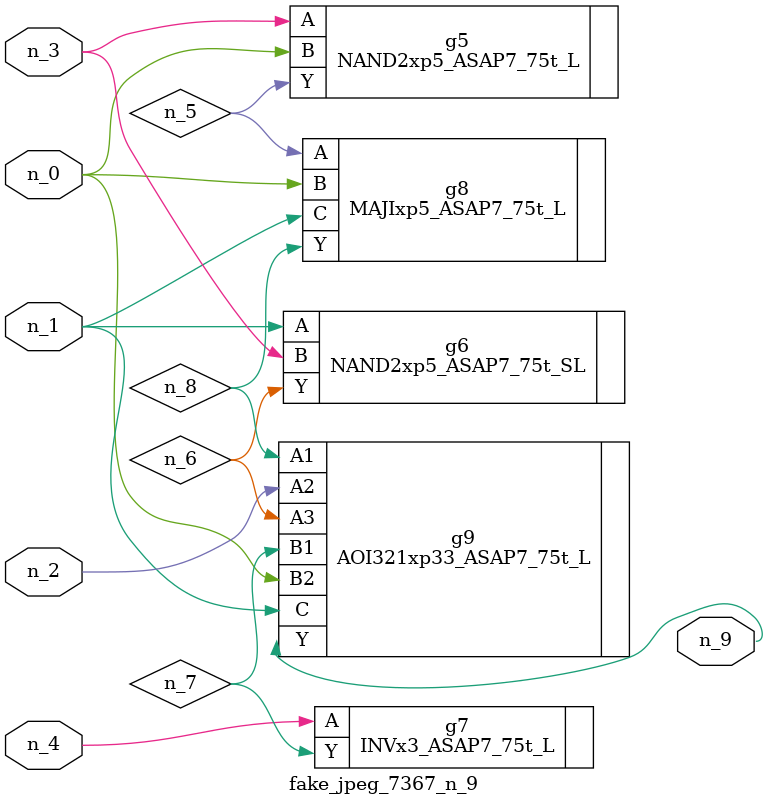
<source format=v>
module fake_jpeg_7367_n_9 (n_3, n_2, n_1, n_0, n_4, n_9);

input n_3;
input n_2;
input n_1;
input n_0;
input n_4;

output n_9;

wire n_8;
wire n_6;
wire n_5;
wire n_7;

NAND2xp5_ASAP7_75t_L g5 ( 
.A(n_3),
.B(n_0),
.Y(n_5)
);

NAND2xp5_ASAP7_75t_SL g6 ( 
.A(n_1),
.B(n_3),
.Y(n_6)
);

INVx3_ASAP7_75t_L g7 ( 
.A(n_4),
.Y(n_7)
);

MAJIxp5_ASAP7_75t_L g8 ( 
.A(n_5),
.B(n_0),
.C(n_1),
.Y(n_8)
);

AOI321xp33_ASAP7_75t_L g9 ( 
.A1(n_8),
.A2(n_2),
.A3(n_6),
.B1(n_7),
.B2(n_0),
.C(n_1),
.Y(n_9)
);


endmodule
</source>
